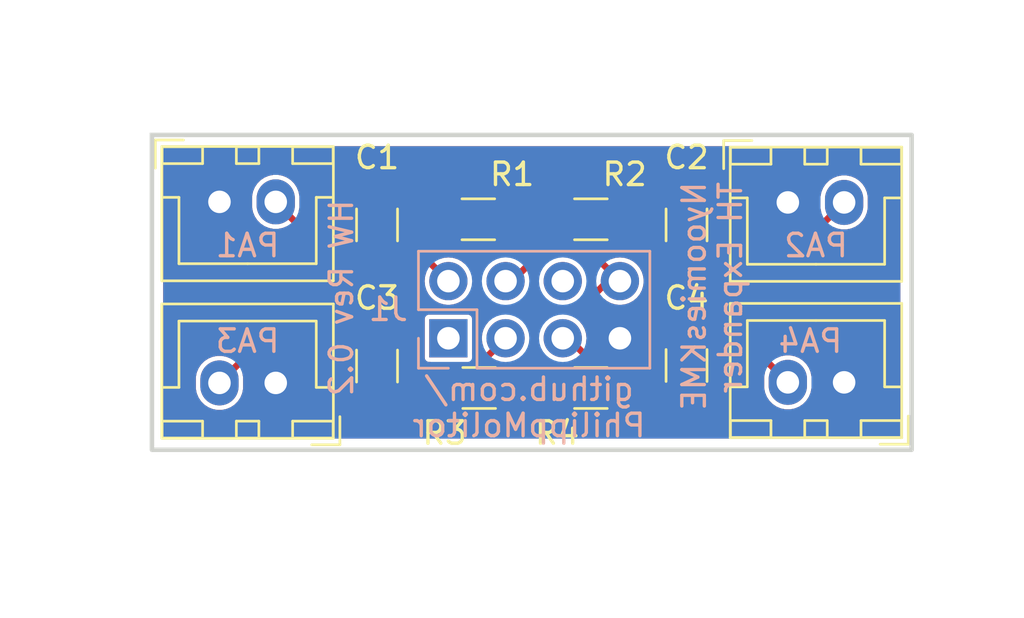
<source format=kicad_pcb>
(kicad_pcb (version 20240108) (generator "pcbnew") (generator_version "8.0")
  (title_block (title "Nyoomies TH Expander") (rev "0.2") (company "Philipp Molitor"))
  (layers (0 "F.Cu" signal) (31 "B.Cu" signal) (34 "B.Paste" user) (35 "F.Paste" user) (36 "B.SilkS" user "B.Silkscreen") (37 "F.SilkS" user "F.Silkscreen") (38 "B.Mask" user) (39 "F.Mask" user) (44 "Edge.Cuts" user))
  (net 0 "")
  (net 1 "/A1")
  (net 2 "+3.3V")
  (net 3 "/A2")
  (net 4 "/A3")
  (net 6 "GND")
  (net 8 "/A4")
  (footprint "Resistor_SMD:R_1206_3216Metric" (layer "F.Cu") (at 151.5375 105.5)
    (property "Reference" "R3" (at -1.5375 2 0) (layer "F.SilkS"))
    (property "Value" "2.2k")
    (fp_line (start -0.727064 -0.91) (end 0.727064 -0.91) (stroke (width 0.12)) (layer "F.SilkS"))
    (fp_line (start -0.727064 0.91) (end 0.727064 0.91) (stroke (width 0.12)) (layer "F.SilkS"))
    (pad "1" smd roundrect (at -1.4625 0) (size 1.125 1.75) (layers "F.Cu" "F.Paste" "F.Mask") (roundrect_rratio 0.222222) (net 4 "/A3"))
    (pad "2" smd roundrect (at 1.4625 0) (size 1.125 1.75) (layers "F.Cu" "F.Paste" "F.Mask") (roundrect_rratio 0.222222) (net 2 "+3.3V"))
  )
  (footprint "Connector_JST:JST_XH_B2B-XH-A_1x02_P2.50mm_Vertical" (layer "F.Cu") (at 140 97.225)
    (property "Reference" "J2" (hide yes))
    (property "Value" "JST XH 2 Pin" (hide yes))
    (fp_line (start -2.85 -2.75) (end -2.85 -1.5) (stroke (width 0.12)) (layer "F.SilkS"))
    (fp_line (start -2.56 -2.46) (end -2.56 3.51) (stroke (width 0.12)) (layer "F.SilkS"))
    (fp_line (start -2.56 3.51) (end 5.06 3.51) (stroke (width 0.12)) (layer "F.SilkS"))
    (fp_line (start -2.55 -2.45) (end -2.55 -1.7) (stroke (width 0.12)) (layer "F.SilkS"))
    (fp_line (start -2.55 -1.7) (end -0.75 -1.7) (stroke (width 0.12)) (layer "F.SilkS"))
    (fp_line (start -2.55 -0.2) (end -1.8 -0.2) (stroke (width 0.12)) (layer "F.SilkS"))
    (fp_line (start -1.8 -0.2) (end -1.8 2.75) (stroke (width 0.12)) (layer "F.SilkS"))
    (fp_line (start -1.8 2.75) (end 1.25 2.75) (stroke (width 0.12)) (layer "F.SilkS"))
    (fp_line (start -1.6 -2.75) (end -2.85 -2.75) (stroke (width 0.12)) (layer "F.SilkS"))
    (fp_line (start -0.75 -2.45) (end -2.55 -2.45) (stroke (width 0.12)) (layer "F.SilkS"))
    (fp_line (start -0.75 -1.7) (end -0.75 -2.45) (stroke (width 0.12)) (layer "F.SilkS"))
    (fp_line (start 0.75 -2.45) (end 0.75 -1.7) (stroke (width 0.12)) (layer "F.SilkS"))
    (fp_line (start 0.75 -1.7) (end 1.75 -1.7) (stroke (width 0.12)) (layer "F.SilkS"))
    (fp_line (start 1.75 -2.45) (end 0.75 -2.45) (stroke (width 0.12)) (layer "F.SilkS"))
    (fp_line (start 1.75 -1.7) (end 1.75 -2.45) (stroke (width 0.12)) (layer "F.SilkS"))
    (fp_line (start 3.25 -2.45) (end 3.25 -1.7) (stroke (width 0.12)) (layer "F.SilkS"))
    (fp_line (start 3.25 -1.7) (end 5.05 -1.7) (stroke (width 0.12)) (layer "F.SilkS"))
    (fp_line (start 4.3 -0.2) (end 4.3 2.75) (stroke (width 0.12)) (layer "F.SilkS"))
    (fp_line (start 4.3 2.75) (end 1.25 2.75) (stroke (width 0.12)) (layer "F.SilkS"))
    (fp_line (start 5.05 -2.45) (end 3.25 -2.45) (stroke (width 0.12)) (layer "F.SilkS"))
    (fp_line (start 5.05 -1.7) (end 5.05 -2.45) (stroke (width 0.12)) (layer "F.SilkS"))
    (fp_line (start 5.05 -0.2) (end 4.3 -0.2) (stroke (width 0.12)) (layer "F.SilkS"))
    (fp_line (start 5.06 -2.46) (end -2.56 -2.46) (stroke (width 0.12)) (layer "F.SilkS"))
    (fp_line (start 5.06 3.51) (end 5.06 -2.46) (stroke (width 0.12)) (layer "F.SilkS"))
    (pad "1" thru_hole roundrect (at 0 0) (size 1.7 2) (drill 1) (layers "*.Cu" "*.Mask") (roundrect_rratio 0.147059) (net 6 "GND"))
    (pad "2" thru_hole oval (at 2.5 0) (size 1.7 2) (drill 1) (layers "*.Cu" "*.Mask") (net 1 "/A1"))
  )
  (footprint "Connector_JST:JST_XH_B2B-XH-A_1x02_P2.50mm_Vertical" (layer "F.Cu") (at 142.5 105.275 180)
    (property "Reference" "J4" (hide yes))
    (property "Value" "JST XH 2 Pin" (hide yes))
    (fp_line (start 5.06 3.51) (end 5.06 -2.46) (stroke (width 0.12)) (layer "F.SilkS"))
    (fp_line (start 5.06 -2.46) (end -2.56 -2.46) (stroke (width 0.12)) (layer "F.SilkS"))
    (fp_line (start 5.05 -0.2) (end 4.3 -0.2) (stroke (width 0.12)) (layer "F.SilkS"))
    (fp_line (start 5.05 -1.7) (end 5.05 -2.45) (stroke (width 0.12)) (layer "F.SilkS"))
    (fp_line (start 5.05 -2.45) (end 3.25 -2.45) (stroke (width 0.12)) (layer "F.SilkS"))
    (fp_line (start 4.3 2.75) (end 1.25 2.75) (stroke (width 0.12)) (layer "F.SilkS"))
    (fp_line (start 4.3 -0.2) (end 4.3 2.75) (stroke (width 0.12)) (layer "F.SilkS"))
    (fp_line (start 3.25 -1.7) (end 5.05 -1.7) (stroke (width 0.12)) (layer "F.SilkS"))
    (fp_line (start 3.25 -2.45) (end 3.25 -1.7) (stroke (width 0.12)) (layer "F.SilkS"))
    (fp_line (start 1.75 -1.7) (end 1.75 -2.45) (stroke (width 0.12)) (layer "F.SilkS"))
    (fp_line (start 1.75 -2.45) (end 0.75 -2.45) (stroke (width 0.12)) (layer "F.SilkS"))
    (fp_line (start 0.75 -1.7) (end 1.75 -1.7) (stroke (width 0.12)) (layer "F.SilkS"))
    (fp_line (start 0.75 -2.45) (end 0.75 -1.7) (stroke (width 0.12)) (layer "F.SilkS"))
    (fp_line (start -0.75 -1.7) (end -0.75 -2.45) (stroke (width 0.12)) (layer "F.SilkS"))
    (fp_line (start -0.75 -2.45) (end -2.55 -2.45) (stroke (width 0.12)) (layer "F.SilkS"))
    (fp_line (start -1.6 -2.75) (end -2.85 -2.75) (stroke (width 0.12)) (layer "F.SilkS"))
    (fp_line (start -1.8 2.75) (end 1.25 2.75) (stroke (width 0.12)) (layer "F.SilkS"))
    (fp_line (start -1.8 -0.2) (end -1.8 2.75) (stroke (width 0.12)) (layer "F.SilkS"))
    (fp_line (start -2.55 -0.2) (end -1.8 -0.2) (stroke (width 0.12)) (layer "F.SilkS"))
    (fp_line (start -2.55 -1.7) (end -0.75 -1.7) (stroke (width 0.12)) (layer "F.SilkS"))
    (fp_line (start -2.55 -2.45) (end -2.55 -1.7) (stroke (width 0.12)) (layer "F.SilkS"))
    (fp_line (start -2.56 3.51) (end 5.06 3.51) (stroke (width 0.12)) (layer "F.SilkS"))
    (fp_line (start -2.56 -2.46) (end -2.56 3.51) (stroke (width 0.12)) (layer "F.SilkS"))
    (fp_line (start -2.85 -2.75) (end -2.85 -1.5) (stroke (width 0.12)) (layer "F.SilkS"))
    (pad "1" thru_hole roundrect (at 0 0 180) (size 1.7 2) (drill 1) (layers "*.Cu" "*.Mask") (roundrect_rratio 0.147059) (net 6 "GND"))
    (pad "2" thru_hole oval (at 2.5 0 180) (size 1.7 2) (drill 1) (layers "*.Cu" "*.Mask") (net 4 "/A3"))
  )
  (footprint "Resistor_SMD:R_1206_3216Metric" (layer "F.Cu") (at 156.5 105.5 180)
    (property "Reference" "R4" (at 1.5 -2 180) (layer "F.SilkS"))
    (property "Value" "2.2k")
    (fp_line (start -0.727064 0.91) (end 0.727064 0.91) (stroke (width 0.12)) (layer "F.SilkS"))
    (fp_line (start -0.727064 -0.91) (end 0.727064 -0.91) (stroke (width 0.12)) (layer "F.SilkS"))
    (pad "1" smd roundrect (at -1.4625 0 180) (size 1.125 1.75) (layers "F.Cu" "F.Paste" "F.Mask") (roundrect_rratio 0.222222) (net 8 "/A4"))
    (pad "2" smd roundrect (at 1.4625 0 180) (size 1.125 1.75) (layers "F.Cu" "F.Paste" "F.Mask") (roundrect_rratio 0.222222) (net 2 "+3.3V"))
  )
  (footprint "Capacitor_SMD:C_1206_3216Metric" (layer "F.Cu") (at 147 104.525 90)
    (property "Reference" "C3" (at 3.025 0 180) (layer "F.SilkS"))
    (property "Value" "10u")
    (fp_line (start -0.711252 -0.91) (end 0.711252 -0.91) (stroke (width 0.12)) (layer "F.SilkS"))
    (fp_line (start -0.711252 0.91) (end 0.711252 0.91) (stroke (width 0.12)) (layer "F.SilkS"))
    (pad "1" smd roundrect (at -1.475 0 90) (size 1.15 1.8) (layers "F.Cu" "F.Paste" "F.Mask") (roundrect_rratio 0.217391) (net 4 "/A3"))
    (pad "2" smd roundrect (at 1.475 0 90) (size 1.15 1.8) (layers "F.Cu" "F.Paste" "F.Mask") (roundrect_rratio 0.217391) (net 6 "GND"))
  )
  (footprint "Capacitor_SMD:C_1206_3216Metric" (layer "F.Cu") (at 147 98.25 90)
    (property "Reference" "C1" (at 3 0 180) (layer "F.SilkS"))
    (property "Value" "10u")
    (fp_line (start -0.711252 -0.91) (end 0.711252 -0.91) (stroke (width 0.12)) (layer "F.SilkS"))
    (fp_line (start -0.711252 0.91) (end 0.711252 0.91) (stroke (width 0.12)) (layer "F.SilkS"))
    (pad "1" smd roundrect (at -1.475 0 90) (size 1.15 1.8) (layers "F.Cu" "F.Paste" "F.Mask") (roundrect_rratio 0.217391) (net 1 "/A1"))
    (pad "2" smd roundrect (at 1.475 0 90) (size 1.15 1.8) (layers "F.Cu" "F.Paste" "F.Mask") (roundrect_rratio 0.217391) (net 6 "GND"))
  )
  (footprint "Capacitor_SMD:C_1206_3216Metric" (layer "F.Cu") (at 160.75 104.5 -90)
    (property "Reference" "C4" (at -3 0 180) (layer "F.SilkS"))
    (property "Value" "10u")
    (fp_line (start -0.711252 0.91) (end 0.711252 0.91) (stroke (width 0.12)) (layer "F.SilkS"))
    (fp_line (start -0.711252 -0.91) (end 0.711252 -0.91) (stroke (width 0.12)) (layer "F.SilkS"))
    (pad "1" smd roundrect (at -1.475 0 270) (size 1.15 1.8) (layers "F.Cu" "F.Paste" "F.Mask") (roundrect_rratio 0.217391) (net 8 "/A4"))
    (pad "2" smd roundrect (at 1.475 0 270) (size 1.15 1.8) (layers "F.Cu" "F.Paste" "F.Mask") (roundrect_rratio 0.217391) (net 6 "GND"))
  )
  (footprint "Connector_JST:JST_XH_B2B-XH-A_1x02_P2.50mm_Vertical" (layer "F.Cu") (at 165.25 97.25)
    (property "Reference" "J3" (hide yes))
    (property "Value" "JST XH 2 Pin" (hide yes))
    (fp_line (start -2.85 -2.75) (end -2.85 -1.5) (stroke (width 0.12)) (layer "F.SilkS"))
    (fp_line (start -2.56 -2.46) (end -2.56 3.51) (stroke (width 0.12)) (layer "F.SilkS"))
    (fp_line (start -2.56 3.51) (end 5.06 3.51) (stroke (width 0.12)) (layer "F.SilkS"))
    (fp_line (start -2.55 -2.45) (end -2.55 -1.7) (stroke (width 0.12)) (layer "F.SilkS"))
    (fp_line (start -2.55 -1.7) (end -0.75 -1.7) (stroke (width 0.12)) (layer "F.SilkS"))
    (fp_line (start -2.55 -0.2) (end -1.8 -0.2) (stroke (width 0.12)) (layer "F.SilkS"))
    (fp_line (start -1.8 -0.2) (end -1.8 2.75) (stroke (width 0.12)) (layer "F.SilkS"))
    (fp_line (start -1.8 2.75) (end 1.25 2.75) (stroke (width 0.12)) (layer "F.SilkS"))
    (fp_line (start -1.6 -2.75) (end -2.85 -2.75) (stroke (width 0.12)) (layer "F.SilkS"))
    (fp_line (start -0.75 -2.45) (end -2.55 -2.45) (stroke (width 0.12)) (layer "F.SilkS"))
    (fp_line (start -0.75 -1.7) (end -0.75 -2.45) (stroke (width 0.12)) (layer "F.SilkS"))
    (fp_line (start 0.75 -2.45) (end 0.75 -1.7) (stroke (width 0.12)) (layer "F.SilkS"))
    (fp_line (start 0.75 -1.7) (end 1.75 -1.7) (stroke (width 0.12)) (layer "F.SilkS"))
    (fp_line (start 1.75 -2.45) (end 0.75 -2.45) (stroke (width 0.12)) (layer "F.SilkS"))
    (fp_line (start 1.75 -1.7) (end 1.75 -2.45) (stroke (width 0.12)) (layer "F.SilkS"))
    (fp_line (start 3.25 -2.45) (end 3.25 -1.7) (stroke (width 0.12)) (layer "F.SilkS"))
    (fp_line (start 3.25 -1.7) (end 5.05 -1.7) (stroke (width 0.12)) (layer "F.SilkS"))
    (fp_line (start 4.3 -0.2) (end 4.3 2.75) (stroke (width 0.12)) (layer "F.SilkS"))
    (fp_line (start 4.3 2.75) (end 1.25 2.75) (stroke (width 0.12)) (layer "F.SilkS"))
    (fp_line (start 5.05 -2.45) (end 3.25 -2.45) (stroke (width 0.12)) (layer "F.SilkS"))
    (fp_line (start 5.05 -1.7) (end 5.05 -2.45) (stroke (width 0.12)) (layer "F.SilkS"))
    (fp_line (start 5.05 -0.2) (end 4.3 -0.2) (stroke (width 0.12)) (layer "F.SilkS"))
    (fp_line (start 5.06 -2.46) (end -2.56 -2.46) (stroke (width 0.12)) (layer "F.SilkS"))
    (fp_line (start 5.06 3.51) (end 5.06 -2.46) (stroke (width 0.12)) (layer "F.SilkS"))
    (pad "1" thru_hole roundrect (at 0 0) (size 1.7 2) (drill 1) (layers "*.Cu" "*.Mask") (roundrect_rratio 0.147059) (net 6 "GND"))
    (pad "2" thru_hole oval (at 2.5 0) (size 1.7 2) (drill 1) (layers "*.Cu" "*.Mask") (net 3 "/A2"))
  )
  (footprint "Resistor_SMD:R_1206_3216Metric" (layer "F.Cu") (at 151.5 98)
    (property "Reference" "R1" (at 1.5 -2 180) (layer "F.SilkS"))
    (property "Value" "2.2k")
    (fp_line (start -0.727064 -0.91) (end 0.727064 -0.91) (stroke (width 0.12)) (layer "F.SilkS"))
    (fp_line (start -0.727064 0.91) (end 0.727064 0.91) (stroke (width 0.12)) (layer "F.SilkS"))
    (pad "1" smd roundrect (at -1.4625 0) (size 1.125 1.75) (layers "F.Cu" "F.Paste" "F.Mask") (roundrect_rratio 0.222222) (net 1 "/A1"))
    (pad "2" smd roundrect (at 1.4625 0) (size 1.125 1.75) (layers "F.Cu" "F.Paste" "F.Mask") (roundrect_rratio 0.222222) (net 2 "+3.3V"))
  )
  (footprint "Connector_JST:JST_XH_B2B-XH-A_1x02_P2.50mm_Vertical" (layer "F.Cu") (at 167.75 105.25 180)
    (property "Reference" "J5" (hide yes))
    (property "Value" "JST XH 2 Pin" (hide yes))
    (fp_line (start 5.06 3.51) (end 5.06 -2.46) (stroke (width 0.12)) (layer "F.SilkS"))
    (fp_line (start 5.06 -2.46) (end -2.56 -2.46) (stroke (width 0.12)) (layer "F.SilkS"))
    (fp_line (start 5.05 -0.2) (end 4.3 -0.2) (stroke (width 0.12)) (layer "F.SilkS"))
    (fp_line (start 5.05 -1.7) (end 5.05 -2.45) (stroke (width 0.12)) (layer "F.SilkS"))
    (fp_line (start 5.05 -2.45) (end 3.25 -2.45) (stroke (width 0.12)) (layer "F.SilkS"))
    (fp_line (start 4.3 2.75) (end 1.25 2.75) (stroke (width 0.12)) (layer "F.SilkS"))
    (fp_line (start 4.3 -0.2) (end 4.3 2.75) (stroke (width 0.12)) (layer "F.SilkS"))
    (fp_line (start 3.25 -1.7) (end 5.05 -1.7) (stroke (width 0.12)) (layer "F.SilkS"))
    (fp_line (start 3.25 -2.45) (end 3.25 -1.7) (stroke (width 0.12)) (layer "F.SilkS"))
    (fp_line (start 1.75 -1.7) (end 1.75 -2.45) (stroke (width 0.12)) (layer "F.SilkS"))
    (fp_line (start 1.75 -2.45) (end 0.75 -2.45) (stroke (width 0.12)) (layer "F.SilkS"))
    (fp_line (start 0.75 -1.7) (end 1.75 -1.7) (stroke (width 0.12)) (layer "F.SilkS"))
    (fp_line (start 0.75 -2.45) (end 0.75 -1.7) (stroke (width 0.12)) (layer "F.SilkS"))
    (fp_line (start -0.75 -1.7) (end -0.75 -2.45) (stroke (width 0.12)) (layer "F.SilkS"))
    (fp_line (start -0.75 -2.45) (end -2.55 -2.45) (stroke (width 0.12)) (layer "F.SilkS"))
    (fp_line (start -1.6 -2.75) (end -2.85 -2.75) (stroke (width 0.12)) (layer "F.SilkS"))
    (fp_line (start -1.8 2.75) (end 1.25 2.75) (stroke (width 0.12)) (layer "F.SilkS"))
    (fp_line (start -1.8 -0.2) (end -1.8 2.75) (stroke (width 0.12)) (layer "F.SilkS"))
    (fp_line (start -2.55 -0.2) (end -1.8 -0.2) (stroke (width 0.12)) (layer "F.SilkS"))
    (fp_line (start -2.55 -1.7) (end -0.75 -1.7) (stroke (width 0.12)) (layer "F.SilkS"))
    (fp_line (start -2.55 -2.45) (end -2.55 -1.7) (stroke (width 0.12)) (layer "F.SilkS"))
    (fp_line (start -2.56 3.51) (end 5.06 3.51) (stroke (width 0.12)) (layer "F.SilkS"))
    (fp_line (start -2.56 -2.46) (end -2.56 3.51) (stroke (width 0.12)) (layer "F.SilkS"))
    (fp_line (start -2.85 -2.75) (end -2.85 -1.5) (stroke (width 0.12)) (layer "F.SilkS"))
    (pad "1" thru_hole roundrect (at 0 0 180) (size 1.7 2) (drill 1) (layers "*.Cu" "*.Mask") (roundrect_rratio 0.147059) (net 6 "GND"))
    (pad "2" thru_hole oval (at 2.5 0 180) (size 1.7 2) (drill 1) (layers "*.Cu" "*.Mask") (net 8 "/A4"))
  )
  (footprint "Resistor_SMD:R_1206_3216Metric" (layer "F.Cu") (at 156.5 98 180)
    (property "Reference" "R2" (at -1.5 2 180) (layer "F.SilkS"))
    (property "Value" "2.2k")
    (fp_line (start -0.727064 0.91) (end 0.727064 0.91) (stroke (width 0.12)) (layer "F.SilkS"))
    (fp_line (start -0.727064 -0.91) (end 0.727064 -0.91) (stroke (width 0.12)) (layer "F.SilkS"))
    (pad "1" smd roundrect (at -1.4625 0 180) (size 1.125 1.75) (layers "F.Cu" "F.Paste" "F.Mask") (roundrect_rratio 0.222222) (net 3 "/A2"))
    (pad "2" smd roundrect (at 1.4625 0 180) (size 1.125 1.75) (layers "F.Cu" "F.Paste" "F.Mask") (roundrect_rratio 0.222222) (net 2 "+3.3V"))
  )
  (footprint "Capacitor_SMD:C_1206_3216Metric" (layer "F.Cu") (at 160.75 98.25 90)
    (property "Reference" "C2" (at 3 0 0) (layer "F.SilkS"))
    (property "Value" "10u")
    (fp_line (start -0.711252 -0.91) (end 0.711252 -0.91) (stroke (width 0.12)) (layer "F.SilkS"))
    (fp_line (start -0.711252 0.91) (end 0.711252 0.91) (stroke (width 0.12)) (layer "F.SilkS"))
    (pad "1" smd roundrect (at -1.475 0 90) (size 1.15 1.8) (layers "F.Cu" "F.Paste" "F.Mask") (roundrect_rratio 0.217391) (net 3 "/A2"))
    (pad "2" smd roundrect (at 1.475 0 90) (size 1.15 1.8) (layers "F.Cu" "F.Paste" "F.Mask") (roundrect_rratio 0.217391) (net 6 "GND"))
  )
  (footprint "Connector_PinSocket_2.54mm:PinSocket_2x04_P2.54mm_Vertical" (layer "B.Cu") (at 150.17 103.29 -90)
    (property "Reference" "J1" (at -1.29 2.67 0) (layer "B.SilkS") (effects (justify mirror)))
    (property "Value" "2x4 Dupont Socket" (hide yes))
    (fp_line (start -1.27 1.33) (end -3.87 1.33) (stroke (width 0.12)) (layer "B.SilkS"))
    (fp_line (start 1.33 1.33) (end 0 1.33) (stroke (width 0.12)) (layer "B.SilkS"))
    (fp_line (start 1.33 0) (end 1.33 1.33) (stroke (width 0.12)) (layer "B.SilkS"))
    (fp_line (start -1.27 -1.27) (end -1.27 1.33) (stroke (width 0.12)) (layer "B.SilkS"))
    (fp_line (start 1.33 -1.27) (end -1.27 -1.27) (stroke (width 0.12)) (layer "B.SilkS"))
    (fp_line (start -3.87 -8.95) (end -3.87 1.33) (stroke (width 0.12)) (layer "B.SilkS"))
    (fp_line (start 1.33 -8.95) (end 1.33 -1.27) (stroke (width 0.12)) (layer "B.SilkS"))
    (fp_line (start 1.33 -8.95) (end -3.87 -8.95) (stroke (width 0.12)) (layer "B.SilkS"))
    (pad "1" thru_hole rect (at 0 0 270) (size 1.7 1.7) (drill 1) (layers "*.Cu" "*.Mask"))
    (pad "2" thru_hole oval (at -2.54 0 270) (size 1.7 1.7) (drill 1) (layers "*.Cu" "*.Mask") (net 1 "/A1"))
    (pad "3" thru_hole oval (at 0 -2.54 270) (size 1.7 1.7) (drill 1) (layers "*.Cu" "*.Mask") (net 4 "/A3"))
    (pad "4" thru_hole oval (at -2.54 -2.54 270) (size 1.7 1.7) (drill 1) (layers "*.Cu" "*.Mask") (net 3 "/A2"))
    (pad "5" thru_hole oval (at 0 -5.08 270) (size 1.7 1.7) (drill 1) (layers "*.Cu" "*.Mask") (net 8 "/A4"))
    (pad "6" thru_hole oval (at -2.54 -5.08 270) (size 1.7 1.7) (drill 1) (layers "*.Cu" "*.Mask"))
    (pad "7" thru_hole oval (at 0 -7.62 270) (size 1.7 1.7) (drill 1) (layers "*.Cu" "*.Mask") (net 6 "GND"))
    (pad "8" thru_hole oval (at -2.54 -7.62 270) (size 1.7 1.7) (drill 1) (layers "*.Cu" "*.Mask") (net 2 "+3.3V"))
  )
  (gr_rect (start 137 94.25) (end 170.75 108.25) (stroke (width 0.2)) (fill none) (layer "Edge.Cuts"))
  (gr_text "HW Rev 0.2" (at 146 101.5 90) (layer "B.SilkS") (effects (font (size 1 1)) (justify bottom mirror)))
  (gr_text "github.com/\nPhilippMolitor" (at 153.75 107.75 0) (layer "B.SilkS") (effects (font (size 1 1)) (justify bottom mirror)))
  (gr_text "NyoomiesKME\nTH Expander" (at 160.5 96.25 90) (layer "B.SilkS") (effects (font (size 1 1)) (justify left top mirror)))
  (gr_text "PA3" (at 141.25 104 0) (layer "B.SilkS") (effects (font (size 1 1)) (justify bottom mirror)))
  (gr_text "PA1" (at 141.25 99.75 0) (layer "B.SilkS") (effects (font (size 1 1)) (justify bottom mirror)))
  (gr_text "PA2" (at 166.5 99.75 0) (layer "B.SilkS") (effects (font (size 1 1)) (justify bottom mirror)))
  (gr_text "PA4" (at 166.25 104 0) (layer "B.SilkS") (effects (font (size 1 1)) (justify bottom mirror)))
  (segment (start 149.145 99.725) (end 150.17 100.75) (width 0.3) (layer "F.Cu") (net 1))
  (segment (start 142.5 97.25) (end 144.975 99.725) (width 0.3) (layer "F.Cu") (net 1))
  (segment (start 142.5 97.225) (end 142.5 97.25) (width 0.3) (layer "F.Cu") (net 1))
  (segment (start 147 99.725) (end 149.145 99.725) (width 0.3) (layer "F.Cu") (net 1))
  (segment (start 144.975 99.725) (end 147 99.725) (width 0.3) (layer "F.Cu") (net 1))
  (segment (start 150.17 100.67) (end 150.17 100.75) (width 0.3) (layer "F.Cu") (net 1))
  (segment (start 154 104.5) (end 153 105.5) (width 0.3) (layer "F.Cu") (net 2))
  (segment (start 154 102.03025) (end 151.904273 102.03025) (width 0.3) (layer "F.Cu") (net 2))
  (segment (start 157.79 100.75) (end 155.54 98.5) (width 0.3) (layer "F.Cu") (net 2))
  (segment (start 154.0375 104.5) (end 155.0375 105.5) (width 0.3) (layer "F.Cu") (net 2))
  (segment (start 151.904273 102.03025) (end 151.440174 101.566151) (width 0.3) (layer "F.Cu") (net 2))
  (segment (start 154 104.5) (end 154.0375 104.5) (width 0.3) (layer "F.Cu") (net 2))
  (segment (start 155.54 98.5) (end 155.0375 98.5) (width 0.3) (layer "F.Cu") (net 2))
  (segment (start 154 102.03025) (end 154 104.5) (width 0.3) (layer "F.Cu") (net 2))
  (segment (start 157.79 100.75) (end 157.25 100.75) (width 0.3) (layer "F.Cu") (net 2))
  (segment (start 154.000544 102.030794) (end 154 102.03025) (width 0.3) (layer "F.Cu") (net 2))
  (segment (start 151.440174 101.566151) (end 151.440174 99.772326) (width 0.3) (layer "F.Cu") (net 2))
  (segment (start 157.25 100.75) (end 155.969206 102.030794) (width 0.3) (layer "F.Cu") (net 2))
  (segment (start 151.440174 99.772326) (end 152.7125 98.5) (width 0.3) (layer "F.Cu") (net 2))
  (segment (start 155.969206 102.030794) (end 154.000544 102.030794) (width 0.3) (layer "F.Cu") (net 2))
  (segment (start 154 97) (end 154.25 96.75) (width 0.3) (layer "F.Cu") (net 3))
  (segment (start 153 100.75) (end 154 99.75) (width 0.3) (layer "F.Cu") (net 3))
  (segment (start 159.6875 99.725) (end 160.75 99.725) (width 0.3) (layer "F.Cu") (net 3))
  (segment (start 154 99.75) (end 154 97) (width 0.3) (layer "F.Cu") (net 3))
  (segment (start 156.98125 96.75) (end 157.9625 97.73125) (width 0.3) (layer "F.Cu") (net 3))
  (segment (start 160.75 99.725) (end 165.275 99.725) (width 0.3) (layer "F.Cu") (net 3))
  (segment (start 157.9625 98) (end 159.6875 99.725) (width 0.3) (layer "F.Cu") (net 3))
  (segment (start 152.71 100.75) (end 153 100.75) (width 0.3) (layer "F.Cu") (net 3))
  (segment (start 154.25 96.75) (end 156.98125 96.75) (width 0.3) (layer "F.Cu") (net 3))
  (segment (start 165.275 99.725) (end 167.75 97.25) (width 0.3) (layer "F.Cu") (net 3))
  (segment (start 157.9625 97.73125) (end 157.9625 98.5) (width 0.3) (layer "F.Cu") (net 3))
  (segment (start 152.71 101.25) (end 152.71 100.75) (width 0.3) (layer "B.Cu") (net 3))
  (segment (start 150 106) (end 149.825 106) (width 0.3) (layer "F.Cu") (net 4))
  (segment (start 144.75 103.75) (end 147 106) (width 0.3) (layer "F.Cu") (net 4))
  (segment (start 141.525 103.75) (end 144.75 103.75) (width 0.3) (layer "F.Cu") (net 4))
  (segment (start 150.075 105.5) (end 150.5 105.5) (width 0.3) (layer "F.Cu") (net 4))
  (segment (start 150.5 105.5) (end 152.71 103.29) (width 0.3) (layer "F.Cu") (net 4))
  (segment (start 147 106) (end 149.575 106) (width 0.3) (layer "F.Cu") (net 4))
  (segment (start 149.575 106) (end 150.075 105.5) (width 0.3) (layer "F.Cu") (net 4))
  (segment (start 140 105.275) (end 141.525 103.75) (width 0.3) (layer "F.Cu") (net 4))
  (segment (start 152.285 103.29) (end 152.71 103.29) (width 0.3) (layer "F.Cu") (net 4))
  (segment (start 152.71 103.29) (end 152.71 103.54) (width 0.3) (layer "B.Cu") (net 4))
  (segment (start 141.975 104.775) (end 142 104.75) (width 0.3) (layer "F.Cu") (net 6))
  (segment (start 155.25 103.79) (end 155.25 103.75) (width 0.3) (layer "F.Cu") (net 8))
  (segment (start 157.9625 105.5) (end 160.4375 103.025) (width 0.3) (layer "F.Cu") (net 8))
  (segment (start 160.4375 103.025) (end 160.75 103.025) (width 0.3) (layer "F.Cu") (net 8))
  (segment (start 160.75 103.025) (end 163.025 103.025) (width 0.3) (layer "F.Cu") (net 8))
  (segment (start 163.025 103.025) (end 165.25 105.25) (width 0.3) (layer "F.Cu") (net 8))
  (segment (start 158.175 105.9625) (end 158.175 106) (width 0.3) (layer "F.Cu") (net 8))
  (segment (start 155.5025 103.29) (end 158.175 105.9625) (width 0.3) (layer "F.Cu") (net 8))
  (segment (start 155.25 103.29) (end 155.5025 103.29) (width 0.3) (layer "F.Cu") (net 8))
  (zone (net 6) (net_name "GND") (layer "F.Cu") (name "GND Plane") (priority 1) (connect_pads yes (clearance 0.2)) (min_thickness 0.25) (fill yes (thermal_gap 0.5) (thermal_bridge_width 0.5))
    (polygon (pts (xy 130.25 88.25) (xy 175.75 88.25) (xy 175.75 115.75) (xy 130.25 115.75)))
  )
  (zone (net 6) (net_name "GND") (layer "B.Cu") (name "GND Plane") (connect_pads yes (clearance 0.2)) (min_thickness 0.25) (fill yes (thermal_gap 0.5) (thermal_bridge_width 0.5))
    (polygon (pts (xy 175 89) (xy 175 115.25) (xy 131 115.25) (xy 131 89)))
  )
)
</source>
